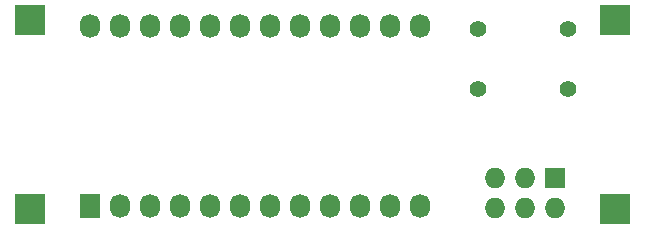
<source format=gbs>
%FSLAX34Y34*%
G04 Gerber Fmt 3.4, Leading zero omitted, Abs format*
G04 (created by PCBNEW (2014-03-19 BZR 4756)-product) date Wed 28 May 2014 22:47:49 BST*
%MOIN*%
G01*
G70*
G90*
G04 APERTURE LIST*
%ADD10C,0.005906*%
%ADD11C,0.055000*%
%ADD12O,0.068000X0.080000*%
%ADD13R,0.068000X0.080000*%
%ADD14R,0.068000X0.068000*%
%ADD15O,0.068000X0.068000*%
%ADD16R,0.098425X0.098425*%
G04 APERTURE END LIST*
G54D10*
G54D11*
X65901Y-43440D03*
X65901Y-41440D03*
X68901Y-43440D03*
X68901Y-41440D03*
G54D12*
X63964Y-47344D03*
X62964Y-47344D03*
X61964Y-47344D03*
X60964Y-47344D03*
X59964Y-47344D03*
X58964Y-47344D03*
X57964Y-47344D03*
X56964Y-47344D03*
X55964Y-47344D03*
X54964Y-47344D03*
X53964Y-47344D03*
G54D13*
X52964Y-47344D03*
G54D12*
X52964Y-41340D03*
X53964Y-41340D03*
X54964Y-41340D03*
X55964Y-41340D03*
X56964Y-41340D03*
X57964Y-41340D03*
X58964Y-41340D03*
X59964Y-41340D03*
X60964Y-41340D03*
X61964Y-41340D03*
X62964Y-41340D03*
X63964Y-41340D03*
G54D14*
X68480Y-46429D03*
G54D15*
X68480Y-47429D03*
X67480Y-46429D03*
X67480Y-47429D03*
X66480Y-46429D03*
X66480Y-47429D03*
G54D16*
X50984Y-41141D03*
X50984Y-47440D03*
X70472Y-41141D03*
X70472Y-47440D03*
M02*

</source>
